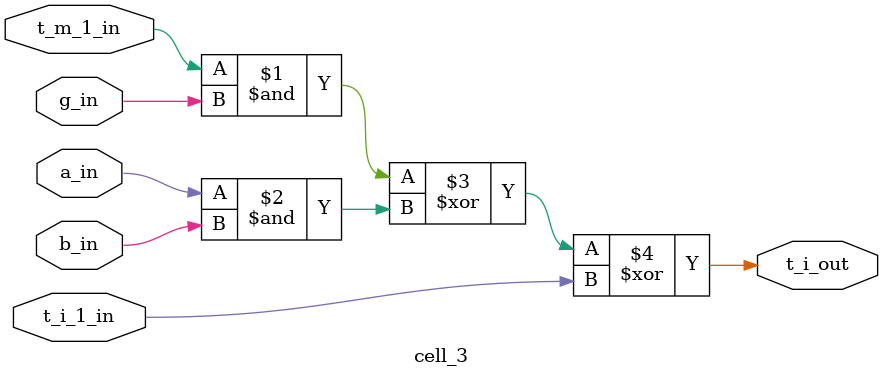
<source format=v>

module cell_3(
//-----input-----
  a_in,
  g_in,
  b_in,
  t_m_1_in,
  t_i_1_in,
//-----output----- 
  t_i_out
);

input a_in;
input g_in;
input b_in;
input t_m_1_in;
input t_i_1_in;

output t_i_out;

assign t_i_out= (t_m_1_in & g_in) ^ (a_in & b_in) ^ t_i_1_in;

endmodule

</source>
